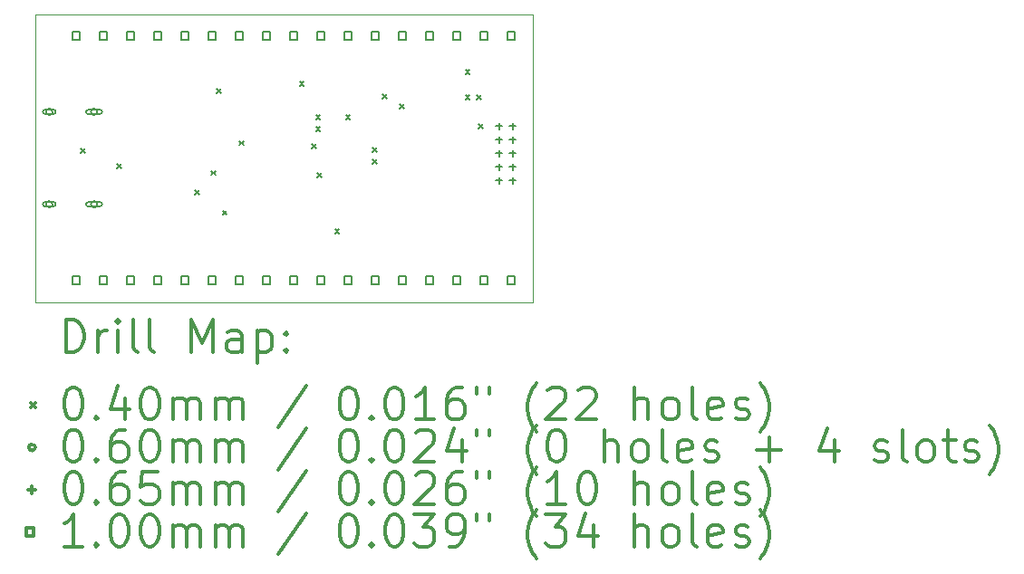
<source format=gbr>
%FSLAX45Y45*%
G04 Gerber Fmt 4.5, Leading zero omitted, Abs format (unit mm)*
G04 Created by KiCad (PCBNEW 5.1.9+dfsg1-1) date 2022-01-14 18:57:33*
%MOMM*%
%LPD*%
G01*
G04 APERTURE LIST*
%TA.AperFunction,Profile*%
%ADD10C,0.050000*%
%TD*%
%ADD11C,0.200000*%
%ADD12C,0.300000*%
G04 APERTURE END LIST*
D10*
X12649200Y-7162800D02*
X8001000Y-7162800D01*
X12649200Y-9855200D02*
X12649200Y-7162800D01*
X8001000Y-9855200D02*
X12649200Y-9855200D01*
X8001000Y-7162800D02*
X8001000Y-9855200D01*
D11*
X8423000Y-8423000D02*
X8463000Y-8463000D01*
X8463000Y-8423000D02*
X8423000Y-8463000D01*
X8764700Y-8561500D02*
X8804700Y-8601500D01*
X8804700Y-8561500D02*
X8764700Y-8601500D01*
X9492300Y-8812850D02*
X9532300Y-8852850D01*
X9532300Y-8812850D02*
X9492300Y-8852850D01*
X9644700Y-8628700D02*
X9684700Y-8668700D01*
X9684700Y-8628700D02*
X9644700Y-8668700D01*
X9695500Y-7860350D02*
X9735500Y-7900350D01*
X9735500Y-7860350D02*
X9695500Y-7900350D01*
X9748850Y-8999550D02*
X9788850Y-9039550D01*
X9788850Y-8999550D02*
X9748850Y-9039550D01*
X9905050Y-8349300D02*
X9945050Y-8389300D01*
X9945050Y-8349300D02*
X9905050Y-8389300D01*
X10470200Y-7796850D02*
X10510200Y-7836850D01*
X10510200Y-7796850D02*
X10470200Y-7836850D01*
X10584101Y-8375099D02*
X10624101Y-8415099D01*
X10624101Y-8375099D02*
X10584101Y-8415099D01*
X10622600Y-8108000D02*
X10662600Y-8148000D01*
X10662600Y-8108000D02*
X10622600Y-8148000D01*
X10622600Y-8215950D02*
X10662600Y-8255950D01*
X10662600Y-8215950D02*
X10622600Y-8255950D01*
X10635300Y-8647750D02*
X10675300Y-8687750D01*
X10675300Y-8647750D02*
X10635300Y-8687750D01*
X10800400Y-9174800D02*
X10840400Y-9214800D01*
X10840400Y-9174800D02*
X10800400Y-9214800D01*
X10902000Y-8108000D02*
X10942000Y-8148000D01*
X10942000Y-8108000D02*
X10902000Y-8148000D01*
X11149650Y-8412800D02*
X11189650Y-8452800D01*
X11189650Y-8412800D02*
X11149650Y-8452800D01*
X11149650Y-8520750D02*
X11189650Y-8560750D01*
X11189650Y-8520750D02*
X11149650Y-8560750D01*
X11244900Y-7911150D02*
X11284900Y-7951150D01*
X11284900Y-7911150D02*
X11244900Y-7951150D01*
X11403650Y-8006400D02*
X11443650Y-8046400D01*
X11443650Y-8006400D02*
X11403650Y-8046400D01*
X12019600Y-7682550D02*
X12059600Y-7722550D01*
X12059600Y-7682550D02*
X12019600Y-7722550D01*
X12019600Y-7923850D02*
X12059600Y-7963850D01*
X12059600Y-7923850D02*
X12019600Y-7963850D01*
X12127550Y-7923850D02*
X12167550Y-7963850D01*
X12167550Y-7923850D02*
X12127550Y-7963850D01*
X12140250Y-8190550D02*
X12180250Y-8230550D01*
X12180250Y-8190550D02*
X12140250Y-8230550D01*
X8160300Y-8077000D02*
G75*
G03*
X8160300Y-8077000I-30000J0D01*
G01*
X8170300Y-8057000D02*
X8090300Y-8057000D01*
X8170300Y-8097000D02*
X8090300Y-8097000D01*
X8090300Y-8057000D02*
G75*
G03*
X8090300Y-8097000I0J-20000D01*
G01*
X8170300Y-8097000D02*
G75*
G03*
X8170300Y-8057000I0J20000D01*
G01*
X8160300Y-8941000D02*
G75*
G03*
X8160300Y-8941000I-30000J0D01*
G01*
X8170300Y-8921000D02*
X8090300Y-8921000D01*
X8170300Y-8961000D02*
X8090300Y-8961000D01*
X8090300Y-8921000D02*
G75*
G03*
X8090300Y-8961000I0J-20000D01*
G01*
X8170300Y-8961000D02*
G75*
G03*
X8170300Y-8921000I0J20000D01*
G01*
X8578300Y-8077000D02*
G75*
G03*
X8578300Y-8077000I-30000J0D01*
G01*
X8603300Y-8057000D02*
X8493300Y-8057000D01*
X8603300Y-8097000D02*
X8493300Y-8097000D01*
X8493300Y-8057000D02*
G75*
G03*
X8493300Y-8097000I0J-20000D01*
G01*
X8603300Y-8097000D02*
G75*
G03*
X8603300Y-8057000I0J20000D01*
G01*
X8578300Y-8941000D02*
G75*
G03*
X8578300Y-8941000I-30000J0D01*
G01*
X8603300Y-8921000D02*
X8493300Y-8921000D01*
X8603300Y-8961000D02*
X8493300Y-8961000D01*
X8493300Y-8921000D02*
G75*
G03*
X8493300Y-8961000I0J-20000D01*
G01*
X8603300Y-8961000D02*
G75*
G03*
X8603300Y-8921000I0J20000D01*
G01*
X12331700Y-8178050D02*
X12331700Y-8243050D01*
X12299200Y-8210550D02*
X12364200Y-8210550D01*
X12331700Y-8305050D02*
X12331700Y-8370050D01*
X12299200Y-8337550D02*
X12364200Y-8337550D01*
X12331700Y-8432050D02*
X12331700Y-8497050D01*
X12299200Y-8464550D02*
X12364200Y-8464550D01*
X12331700Y-8559050D02*
X12331700Y-8624050D01*
X12299200Y-8591550D02*
X12364200Y-8591550D01*
X12331700Y-8686050D02*
X12331700Y-8751050D01*
X12299200Y-8718550D02*
X12364200Y-8718550D01*
X12458700Y-8178050D02*
X12458700Y-8243050D01*
X12426200Y-8210550D02*
X12491200Y-8210550D01*
X12458700Y-8305050D02*
X12458700Y-8370050D01*
X12426200Y-8337550D02*
X12491200Y-8337550D01*
X12458700Y-8432050D02*
X12458700Y-8497050D01*
X12426200Y-8464550D02*
X12491200Y-8464550D01*
X12458700Y-8559050D02*
X12458700Y-8624050D01*
X12426200Y-8591550D02*
X12491200Y-8591550D01*
X12458700Y-8686050D02*
X12458700Y-8751050D01*
X12426200Y-8718550D02*
X12491200Y-8718550D01*
X8417356Y-7401356D02*
X8417356Y-7330644D01*
X8346644Y-7330644D01*
X8346644Y-7401356D01*
X8417356Y-7401356D01*
X8417356Y-9687356D02*
X8417356Y-9616644D01*
X8346644Y-9616644D01*
X8346644Y-9687356D01*
X8417356Y-9687356D01*
X8671356Y-7401356D02*
X8671356Y-7330644D01*
X8600644Y-7330644D01*
X8600644Y-7401356D01*
X8671356Y-7401356D01*
X8671356Y-9687356D02*
X8671356Y-9616644D01*
X8600644Y-9616644D01*
X8600644Y-9687356D01*
X8671356Y-9687356D01*
X8925356Y-7401356D02*
X8925356Y-7330644D01*
X8854644Y-7330644D01*
X8854644Y-7401356D01*
X8925356Y-7401356D01*
X8925356Y-9687356D02*
X8925356Y-9616644D01*
X8854644Y-9616644D01*
X8854644Y-9687356D01*
X8925356Y-9687356D01*
X9179356Y-7401356D02*
X9179356Y-7330644D01*
X9108644Y-7330644D01*
X9108644Y-7401356D01*
X9179356Y-7401356D01*
X9179356Y-9687356D02*
X9179356Y-9616644D01*
X9108644Y-9616644D01*
X9108644Y-9687356D01*
X9179356Y-9687356D01*
X9433356Y-7401356D02*
X9433356Y-7330644D01*
X9362644Y-7330644D01*
X9362644Y-7401356D01*
X9433356Y-7401356D01*
X9433356Y-9687356D02*
X9433356Y-9616644D01*
X9362644Y-9616644D01*
X9362644Y-9687356D01*
X9433356Y-9687356D01*
X9687356Y-7401356D02*
X9687356Y-7330644D01*
X9616644Y-7330644D01*
X9616644Y-7401356D01*
X9687356Y-7401356D01*
X9687356Y-9687356D02*
X9687356Y-9616644D01*
X9616644Y-9616644D01*
X9616644Y-9687356D01*
X9687356Y-9687356D01*
X9941356Y-7401356D02*
X9941356Y-7330644D01*
X9870644Y-7330644D01*
X9870644Y-7401356D01*
X9941356Y-7401356D01*
X9941356Y-9687356D02*
X9941356Y-9616644D01*
X9870644Y-9616644D01*
X9870644Y-9687356D01*
X9941356Y-9687356D01*
X10195356Y-7401356D02*
X10195356Y-7330644D01*
X10124644Y-7330644D01*
X10124644Y-7401356D01*
X10195356Y-7401356D01*
X10195356Y-9687356D02*
X10195356Y-9616644D01*
X10124644Y-9616644D01*
X10124644Y-9687356D01*
X10195356Y-9687356D01*
X10449356Y-7401356D02*
X10449356Y-7330644D01*
X10378644Y-7330644D01*
X10378644Y-7401356D01*
X10449356Y-7401356D01*
X10449356Y-9687356D02*
X10449356Y-9616644D01*
X10378644Y-9616644D01*
X10378644Y-9687356D01*
X10449356Y-9687356D01*
X10703356Y-7401356D02*
X10703356Y-7330644D01*
X10632644Y-7330644D01*
X10632644Y-7401356D01*
X10703356Y-7401356D01*
X10703356Y-9687356D02*
X10703356Y-9616644D01*
X10632644Y-9616644D01*
X10632644Y-9687356D01*
X10703356Y-9687356D01*
X10957356Y-7401356D02*
X10957356Y-7330644D01*
X10886644Y-7330644D01*
X10886644Y-7401356D01*
X10957356Y-7401356D01*
X10957356Y-9687356D02*
X10957356Y-9616644D01*
X10886644Y-9616644D01*
X10886644Y-9687356D01*
X10957356Y-9687356D01*
X11211356Y-7401356D02*
X11211356Y-7330644D01*
X11140644Y-7330644D01*
X11140644Y-7401356D01*
X11211356Y-7401356D01*
X11211356Y-9687356D02*
X11211356Y-9616644D01*
X11140644Y-9616644D01*
X11140644Y-9687356D01*
X11211356Y-9687356D01*
X11465356Y-7401356D02*
X11465356Y-7330644D01*
X11394644Y-7330644D01*
X11394644Y-7401356D01*
X11465356Y-7401356D01*
X11465356Y-9687356D02*
X11465356Y-9616644D01*
X11394644Y-9616644D01*
X11394644Y-9687356D01*
X11465356Y-9687356D01*
X11719356Y-7401356D02*
X11719356Y-7330644D01*
X11648644Y-7330644D01*
X11648644Y-7401356D01*
X11719356Y-7401356D01*
X11719356Y-9687356D02*
X11719356Y-9616644D01*
X11648644Y-9616644D01*
X11648644Y-9687356D01*
X11719356Y-9687356D01*
X11973356Y-7401356D02*
X11973356Y-7330644D01*
X11902644Y-7330644D01*
X11902644Y-7401356D01*
X11973356Y-7401356D01*
X11973356Y-9687356D02*
X11973356Y-9616644D01*
X11902644Y-9616644D01*
X11902644Y-9687356D01*
X11973356Y-9687356D01*
X12227356Y-7401356D02*
X12227356Y-7330644D01*
X12156644Y-7330644D01*
X12156644Y-7401356D01*
X12227356Y-7401356D01*
X12227356Y-9687356D02*
X12227356Y-9616644D01*
X12156644Y-9616644D01*
X12156644Y-9687356D01*
X12227356Y-9687356D01*
X12481356Y-7401356D02*
X12481356Y-7330644D01*
X12410644Y-7330644D01*
X12410644Y-7401356D01*
X12481356Y-7401356D01*
X12481356Y-9687356D02*
X12481356Y-9616644D01*
X12410644Y-9616644D01*
X12410644Y-9687356D01*
X12481356Y-9687356D01*
D12*
X8284928Y-10323414D02*
X8284928Y-10023414D01*
X8356357Y-10023414D01*
X8399214Y-10037700D01*
X8427786Y-10066272D01*
X8442071Y-10094843D01*
X8456357Y-10151986D01*
X8456357Y-10194843D01*
X8442071Y-10251986D01*
X8427786Y-10280557D01*
X8399214Y-10309129D01*
X8356357Y-10323414D01*
X8284928Y-10323414D01*
X8584928Y-10323414D02*
X8584928Y-10123414D01*
X8584928Y-10180557D02*
X8599214Y-10151986D01*
X8613500Y-10137700D01*
X8642071Y-10123414D01*
X8670643Y-10123414D01*
X8770643Y-10323414D02*
X8770643Y-10123414D01*
X8770643Y-10023414D02*
X8756357Y-10037700D01*
X8770643Y-10051986D01*
X8784928Y-10037700D01*
X8770643Y-10023414D01*
X8770643Y-10051986D01*
X8956357Y-10323414D02*
X8927786Y-10309129D01*
X8913500Y-10280557D01*
X8913500Y-10023414D01*
X9113500Y-10323414D02*
X9084928Y-10309129D01*
X9070643Y-10280557D01*
X9070643Y-10023414D01*
X9456357Y-10323414D02*
X9456357Y-10023414D01*
X9556357Y-10237700D01*
X9656357Y-10023414D01*
X9656357Y-10323414D01*
X9927786Y-10323414D02*
X9927786Y-10166272D01*
X9913500Y-10137700D01*
X9884928Y-10123414D01*
X9827786Y-10123414D01*
X9799214Y-10137700D01*
X9927786Y-10309129D02*
X9899214Y-10323414D01*
X9827786Y-10323414D01*
X9799214Y-10309129D01*
X9784928Y-10280557D01*
X9784928Y-10251986D01*
X9799214Y-10223414D01*
X9827786Y-10209129D01*
X9899214Y-10209129D01*
X9927786Y-10194843D01*
X10070643Y-10123414D02*
X10070643Y-10423414D01*
X10070643Y-10137700D02*
X10099214Y-10123414D01*
X10156357Y-10123414D01*
X10184928Y-10137700D01*
X10199214Y-10151986D01*
X10213500Y-10180557D01*
X10213500Y-10266272D01*
X10199214Y-10294843D01*
X10184928Y-10309129D01*
X10156357Y-10323414D01*
X10099214Y-10323414D01*
X10070643Y-10309129D01*
X10342071Y-10294843D02*
X10356357Y-10309129D01*
X10342071Y-10323414D01*
X10327786Y-10309129D01*
X10342071Y-10294843D01*
X10342071Y-10323414D01*
X10342071Y-10137700D02*
X10356357Y-10151986D01*
X10342071Y-10166272D01*
X10327786Y-10151986D01*
X10342071Y-10137700D01*
X10342071Y-10166272D01*
X7958500Y-10797700D02*
X7998500Y-10837700D01*
X7998500Y-10797700D02*
X7958500Y-10837700D01*
X8342071Y-10653414D02*
X8370643Y-10653414D01*
X8399214Y-10667700D01*
X8413500Y-10681986D01*
X8427786Y-10710557D01*
X8442071Y-10767700D01*
X8442071Y-10839129D01*
X8427786Y-10896272D01*
X8413500Y-10924843D01*
X8399214Y-10939129D01*
X8370643Y-10953414D01*
X8342071Y-10953414D01*
X8313500Y-10939129D01*
X8299214Y-10924843D01*
X8284928Y-10896272D01*
X8270643Y-10839129D01*
X8270643Y-10767700D01*
X8284928Y-10710557D01*
X8299214Y-10681986D01*
X8313500Y-10667700D01*
X8342071Y-10653414D01*
X8570643Y-10924843D02*
X8584928Y-10939129D01*
X8570643Y-10953414D01*
X8556357Y-10939129D01*
X8570643Y-10924843D01*
X8570643Y-10953414D01*
X8842071Y-10753414D02*
X8842071Y-10953414D01*
X8770643Y-10639129D02*
X8699214Y-10853414D01*
X8884928Y-10853414D01*
X9056357Y-10653414D02*
X9084928Y-10653414D01*
X9113500Y-10667700D01*
X9127786Y-10681986D01*
X9142071Y-10710557D01*
X9156357Y-10767700D01*
X9156357Y-10839129D01*
X9142071Y-10896272D01*
X9127786Y-10924843D01*
X9113500Y-10939129D01*
X9084928Y-10953414D01*
X9056357Y-10953414D01*
X9027786Y-10939129D01*
X9013500Y-10924843D01*
X8999214Y-10896272D01*
X8984928Y-10839129D01*
X8984928Y-10767700D01*
X8999214Y-10710557D01*
X9013500Y-10681986D01*
X9027786Y-10667700D01*
X9056357Y-10653414D01*
X9284928Y-10953414D02*
X9284928Y-10753414D01*
X9284928Y-10781986D02*
X9299214Y-10767700D01*
X9327786Y-10753414D01*
X9370643Y-10753414D01*
X9399214Y-10767700D01*
X9413500Y-10796272D01*
X9413500Y-10953414D01*
X9413500Y-10796272D02*
X9427786Y-10767700D01*
X9456357Y-10753414D01*
X9499214Y-10753414D01*
X9527786Y-10767700D01*
X9542071Y-10796272D01*
X9542071Y-10953414D01*
X9684928Y-10953414D02*
X9684928Y-10753414D01*
X9684928Y-10781986D02*
X9699214Y-10767700D01*
X9727786Y-10753414D01*
X9770643Y-10753414D01*
X9799214Y-10767700D01*
X9813500Y-10796272D01*
X9813500Y-10953414D01*
X9813500Y-10796272D02*
X9827786Y-10767700D01*
X9856357Y-10753414D01*
X9899214Y-10753414D01*
X9927786Y-10767700D01*
X9942071Y-10796272D01*
X9942071Y-10953414D01*
X10527786Y-10639129D02*
X10270643Y-11024843D01*
X10913500Y-10653414D02*
X10942071Y-10653414D01*
X10970643Y-10667700D01*
X10984928Y-10681986D01*
X10999214Y-10710557D01*
X11013500Y-10767700D01*
X11013500Y-10839129D01*
X10999214Y-10896272D01*
X10984928Y-10924843D01*
X10970643Y-10939129D01*
X10942071Y-10953414D01*
X10913500Y-10953414D01*
X10884928Y-10939129D01*
X10870643Y-10924843D01*
X10856357Y-10896272D01*
X10842071Y-10839129D01*
X10842071Y-10767700D01*
X10856357Y-10710557D01*
X10870643Y-10681986D01*
X10884928Y-10667700D01*
X10913500Y-10653414D01*
X11142071Y-10924843D02*
X11156357Y-10939129D01*
X11142071Y-10953414D01*
X11127786Y-10939129D01*
X11142071Y-10924843D01*
X11142071Y-10953414D01*
X11342071Y-10653414D02*
X11370643Y-10653414D01*
X11399214Y-10667700D01*
X11413500Y-10681986D01*
X11427786Y-10710557D01*
X11442071Y-10767700D01*
X11442071Y-10839129D01*
X11427786Y-10896272D01*
X11413500Y-10924843D01*
X11399214Y-10939129D01*
X11370643Y-10953414D01*
X11342071Y-10953414D01*
X11313500Y-10939129D01*
X11299214Y-10924843D01*
X11284928Y-10896272D01*
X11270643Y-10839129D01*
X11270643Y-10767700D01*
X11284928Y-10710557D01*
X11299214Y-10681986D01*
X11313500Y-10667700D01*
X11342071Y-10653414D01*
X11727786Y-10953414D02*
X11556357Y-10953414D01*
X11642071Y-10953414D02*
X11642071Y-10653414D01*
X11613500Y-10696272D01*
X11584928Y-10724843D01*
X11556357Y-10739129D01*
X11984928Y-10653414D02*
X11927786Y-10653414D01*
X11899214Y-10667700D01*
X11884928Y-10681986D01*
X11856357Y-10724843D01*
X11842071Y-10781986D01*
X11842071Y-10896272D01*
X11856357Y-10924843D01*
X11870643Y-10939129D01*
X11899214Y-10953414D01*
X11956357Y-10953414D01*
X11984928Y-10939129D01*
X11999214Y-10924843D01*
X12013500Y-10896272D01*
X12013500Y-10824843D01*
X11999214Y-10796272D01*
X11984928Y-10781986D01*
X11956357Y-10767700D01*
X11899214Y-10767700D01*
X11870643Y-10781986D01*
X11856357Y-10796272D01*
X11842071Y-10824843D01*
X12127786Y-10653414D02*
X12127786Y-10710557D01*
X12242071Y-10653414D02*
X12242071Y-10710557D01*
X12684928Y-11067700D02*
X12670643Y-11053414D01*
X12642071Y-11010557D01*
X12627786Y-10981986D01*
X12613500Y-10939129D01*
X12599214Y-10867700D01*
X12599214Y-10810557D01*
X12613500Y-10739129D01*
X12627786Y-10696272D01*
X12642071Y-10667700D01*
X12670643Y-10624843D01*
X12684928Y-10610557D01*
X12784928Y-10681986D02*
X12799214Y-10667700D01*
X12827786Y-10653414D01*
X12899214Y-10653414D01*
X12927786Y-10667700D01*
X12942071Y-10681986D01*
X12956357Y-10710557D01*
X12956357Y-10739129D01*
X12942071Y-10781986D01*
X12770643Y-10953414D01*
X12956357Y-10953414D01*
X13070643Y-10681986D02*
X13084928Y-10667700D01*
X13113500Y-10653414D01*
X13184928Y-10653414D01*
X13213500Y-10667700D01*
X13227786Y-10681986D01*
X13242071Y-10710557D01*
X13242071Y-10739129D01*
X13227786Y-10781986D01*
X13056357Y-10953414D01*
X13242071Y-10953414D01*
X13599214Y-10953414D02*
X13599214Y-10653414D01*
X13727786Y-10953414D02*
X13727786Y-10796272D01*
X13713500Y-10767700D01*
X13684928Y-10753414D01*
X13642071Y-10753414D01*
X13613500Y-10767700D01*
X13599214Y-10781986D01*
X13913500Y-10953414D02*
X13884928Y-10939129D01*
X13870643Y-10924843D01*
X13856357Y-10896272D01*
X13856357Y-10810557D01*
X13870643Y-10781986D01*
X13884928Y-10767700D01*
X13913500Y-10753414D01*
X13956357Y-10753414D01*
X13984928Y-10767700D01*
X13999214Y-10781986D01*
X14013500Y-10810557D01*
X14013500Y-10896272D01*
X13999214Y-10924843D01*
X13984928Y-10939129D01*
X13956357Y-10953414D01*
X13913500Y-10953414D01*
X14184928Y-10953414D02*
X14156357Y-10939129D01*
X14142071Y-10910557D01*
X14142071Y-10653414D01*
X14413500Y-10939129D02*
X14384928Y-10953414D01*
X14327786Y-10953414D01*
X14299214Y-10939129D01*
X14284928Y-10910557D01*
X14284928Y-10796272D01*
X14299214Y-10767700D01*
X14327786Y-10753414D01*
X14384928Y-10753414D01*
X14413500Y-10767700D01*
X14427786Y-10796272D01*
X14427786Y-10824843D01*
X14284928Y-10853414D01*
X14542071Y-10939129D02*
X14570643Y-10953414D01*
X14627786Y-10953414D01*
X14656357Y-10939129D01*
X14670643Y-10910557D01*
X14670643Y-10896272D01*
X14656357Y-10867700D01*
X14627786Y-10853414D01*
X14584928Y-10853414D01*
X14556357Y-10839129D01*
X14542071Y-10810557D01*
X14542071Y-10796272D01*
X14556357Y-10767700D01*
X14584928Y-10753414D01*
X14627786Y-10753414D01*
X14656357Y-10767700D01*
X14770643Y-11067700D02*
X14784928Y-11053414D01*
X14813500Y-11010557D01*
X14827786Y-10981986D01*
X14842071Y-10939129D01*
X14856357Y-10867700D01*
X14856357Y-10810557D01*
X14842071Y-10739129D01*
X14827786Y-10696272D01*
X14813500Y-10667700D01*
X14784928Y-10624843D01*
X14770643Y-10610557D01*
X7998500Y-11213700D02*
G75*
G03*
X7998500Y-11213700I-30000J0D01*
G01*
X8342071Y-11049414D02*
X8370643Y-11049414D01*
X8399214Y-11063700D01*
X8413500Y-11077986D01*
X8427786Y-11106557D01*
X8442071Y-11163700D01*
X8442071Y-11235129D01*
X8427786Y-11292271D01*
X8413500Y-11320843D01*
X8399214Y-11335129D01*
X8370643Y-11349414D01*
X8342071Y-11349414D01*
X8313500Y-11335129D01*
X8299214Y-11320843D01*
X8284928Y-11292271D01*
X8270643Y-11235129D01*
X8270643Y-11163700D01*
X8284928Y-11106557D01*
X8299214Y-11077986D01*
X8313500Y-11063700D01*
X8342071Y-11049414D01*
X8570643Y-11320843D02*
X8584928Y-11335129D01*
X8570643Y-11349414D01*
X8556357Y-11335129D01*
X8570643Y-11320843D01*
X8570643Y-11349414D01*
X8842071Y-11049414D02*
X8784928Y-11049414D01*
X8756357Y-11063700D01*
X8742071Y-11077986D01*
X8713500Y-11120843D01*
X8699214Y-11177986D01*
X8699214Y-11292271D01*
X8713500Y-11320843D01*
X8727786Y-11335129D01*
X8756357Y-11349414D01*
X8813500Y-11349414D01*
X8842071Y-11335129D01*
X8856357Y-11320843D01*
X8870643Y-11292271D01*
X8870643Y-11220843D01*
X8856357Y-11192271D01*
X8842071Y-11177986D01*
X8813500Y-11163700D01*
X8756357Y-11163700D01*
X8727786Y-11177986D01*
X8713500Y-11192271D01*
X8699214Y-11220843D01*
X9056357Y-11049414D02*
X9084928Y-11049414D01*
X9113500Y-11063700D01*
X9127786Y-11077986D01*
X9142071Y-11106557D01*
X9156357Y-11163700D01*
X9156357Y-11235129D01*
X9142071Y-11292271D01*
X9127786Y-11320843D01*
X9113500Y-11335129D01*
X9084928Y-11349414D01*
X9056357Y-11349414D01*
X9027786Y-11335129D01*
X9013500Y-11320843D01*
X8999214Y-11292271D01*
X8984928Y-11235129D01*
X8984928Y-11163700D01*
X8999214Y-11106557D01*
X9013500Y-11077986D01*
X9027786Y-11063700D01*
X9056357Y-11049414D01*
X9284928Y-11349414D02*
X9284928Y-11149414D01*
X9284928Y-11177986D02*
X9299214Y-11163700D01*
X9327786Y-11149414D01*
X9370643Y-11149414D01*
X9399214Y-11163700D01*
X9413500Y-11192271D01*
X9413500Y-11349414D01*
X9413500Y-11192271D02*
X9427786Y-11163700D01*
X9456357Y-11149414D01*
X9499214Y-11149414D01*
X9527786Y-11163700D01*
X9542071Y-11192271D01*
X9542071Y-11349414D01*
X9684928Y-11349414D02*
X9684928Y-11149414D01*
X9684928Y-11177986D02*
X9699214Y-11163700D01*
X9727786Y-11149414D01*
X9770643Y-11149414D01*
X9799214Y-11163700D01*
X9813500Y-11192271D01*
X9813500Y-11349414D01*
X9813500Y-11192271D02*
X9827786Y-11163700D01*
X9856357Y-11149414D01*
X9899214Y-11149414D01*
X9927786Y-11163700D01*
X9942071Y-11192271D01*
X9942071Y-11349414D01*
X10527786Y-11035129D02*
X10270643Y-11420843D01*
X10913500Y-11049414D02*
X10942071Y-11049414D01*
X10970643Y-11063700D01*
X10984928Y-11077986D01*
X10999214Y-11106557D01*
X11013500Y-11163700D01*
X11013500Y-11235129D01*
X10999214Y-11292271D01*
X10984928Y-11320843D01*
X10970643Y-11335129D01*
X10942071Y-11349414D01*
X10913500Y-11349414D01*
X10884928Y-11335129D01*
X10870643Y-11320843D01*
X10856357Y-11292271D01*
X10842071Y-11235129D01*
X10842071Y-11163700D01*
X10856357Y-11106557D01*
X10870643Y-11077986D01*
X10884928Y-11063700D01*
X10913500Y-11049414D01*
X11142071Y-11320843D02*
X11156357Y-11335129D01*
X11142071Y-11349414D01*
X11127786Y-11335129D01*
X11142071Y-11320843D01*
X11142071Y-11349414D01*
X11342071Y-11049414D02*
X11370643Y-11049414D01*
X11399214Y-11063700D01*
X11413500Y-11077986D01*
X11427786Y-11106557D01*
X11442071Y-11163700D01*
X11442071Y-11235129D01*
X11427786Y-11292271D01*
X11413500Y-11320843D01*
X11399214Y-11335129D01*
X11370643Y-11349414D01*
X11342071Y-11349414D01*
X11313500Y-11335129D01*
X11299214Y-11320843D01*
X11284928Y-11292271D01*
X11270643Y-11235129D01*
X11270643Y-11163700D01*
X11284928Y-11106557D01*
X11299214Y-11077986D01*
X11313500Y-11063700D01*
X11342071Y-11049414D01*
X11556357Y-11077986D02*
X11570643Y-11063700D01*
X11599214Y-11049414D01*
X11670643Y-11049414D01*
X11699214Y-11063700D01*
X11713500Y-11077986D01*
X11727786Y-11106557D01*
X11727786Y-11135129D01*
X11713500Y-11177986D01*
X11542071Y-11349414D01*
X11727786Y-11349414D01*
X11984928Y-11149414D02*
X11984928Y-11349414D01*
X11913500Y-11035129D02*
X11842071Y-11249414D01*
X12027786Y-11249414D01*
X12127786Y-11049414D02*
X12127786Y-11106557D01*
X12242071Y-11049414D02*
X12242071Y-11106557D01*
X12684928Y-11463700D02*
X12670643Y-11449414D01*
X12642071Y-11406557D01*
X12627786Y-11377986D01*
X12613500Y-11335129D01*
X12599214Y-11263700D01*
X12599214Y-11206557D01*
X12613500Y-11135129D01*
X12627786Y-11092272D01*
X12642071Y-11063700D01*
X12670643Y-11020843D01*
X12684928Y-11006557D01*
X12856357Y-11049414D02*
X12884928Y-11049414D01*
X12913500Y-11063700D01*
X12927786Y-11077986D01*
X12942071Y-11106557D01*
X12956357Y-11163700D01*
X12956357Y-11235129D01*
X12942071Y-11292271D01*
X12927786Y-11320843D01*
X12913500Y-11335129D01*
X12884928Y-11349414D01*
X12856357Y-11349414D01*
X12827786Y-11335129D01*
X12813500Y-11320843D01*
X12799214Y-11292271D01*
X12784928Y-11235129D01*
X12784928Y-11163700D01*
X12799214Y-11106557D01*
X12813500Y-11077986D01*
X12827786Y-11063700D01*
X12856357Y-11049414D01*
X13313500Y-11349414D02*
X13313500Y-11049414D01*
X13442071Y-11349414D02*
X13442071Y-11192271D01*
X13427786Y-11163700D01*
X13399214Y-11149414D01*
X13356357Y-11149414D01*
X13327786Y-11163700D01*
X13313500Y-11177986D01*
X13627786Y-11349414D02*
X13599214Y-11335129D01*
X13584928Y-11320843D01*
X13570643Y-11292271D01*
X13570643Y-11206557D01*
X13584928Y-11177986D01*
X13599214Y-11163700D01*
X13627786Y-11149414D01*
X13670643Y-11149414D01*
X13699214Y-11163700D01*
X13713500Y-11177986D01*
X13727786Y-11206557D01*
X13727786Y-11292271D01*
X13713500Y-11320843D01*
X13699214Y-11335129D01*
X13670643Y-11349414D01*
X13627786Y-11349414D01*
X13899214Y-11349414D02*
X13870643Y-11335129D01*
X13856357Y-11306557D01*
X13856357Y-11049414D01*
X14127786Y-11335129D02*
X14099214Y-11349414D01*
X14042071Y-11349414D01*
X14013500Y-11335129D01*
X13999214Y-11306557D01*
X13999214Y-11192271D01*
X14013500Y-11163700D01*
X14042071Y-11149414D01*
X14099214Y-11149414D01*
X14127786Y-11163700D01*
X14142071Y-11192271D01*
X14142071Y-11220843D01*
X13999214Y-11249414D01*
X14256357Y-11335129D02*
X14284928Y-11349414D01*
X14342071Y-11349414D01*
X14370643Y-11335129D01*
X14384928Y-11306557D01*
X14384928Y-11292271D01*
X14370643Y-11263700D01*
X14342071Y-11249414D01*
X14299214Y-11249414D01*
X14270643Y-11235129D01*
X14256357Y-11206557D01*
X14256357Y-11192271D01*
X14270643Y-11163700D01*
X14299214Y-11149414D01*
X14342071Y-11149414D01*
X14370643Y-11163700D01*
X14742071Y-11235129D02*
X14970643Y-11235129D01*
X14856357Y-11349414D02*
X14856357Y-11120843D01*
X15470643Y-11149414D02*
X15470643Y-11349414D01*
X15399214Y-11035129D02*
X15327786Y-11249414D01*
X15513500Y-11249414D01*
X15842071Y-11335129D02*
X15870643Y-11349414D01*
X15927786Y-11349414D01*
X15956357Y-11335129D01*
X15970643Y-11306557D01*
X15970643Y-11292271D01*
X15956357Y-11263700D01*
X15927786Y-11249414D01*
X15884928Y-11249414D01*
X15856357Y-11235129D01*
X15842071Y-11206557D01*
X15842071Y-11192271D01*
X15856357Y-11163700D01*
X15884928Y-11149414D01*
X15927786Y-11149414D01*
X15956357Y-11163700D01*
X16142071Y-11349414D02*
X16113500Y-11335129D01*
X16099214Y-11306557D01*
X16099214Y-11049414D01*
X16299214Y-11349414D02*
X16270643Y-11335129D01*
X16256357Y-11320843D01*
X16242071Y-11292271D01*
X16242071Y-11206557D01*
X16256357Y-11177986D01*
X16270643Y-11163700D01*
X16299214Y-11149414D01*
X16342071Y-11149414D01*
X16370643Y-11163700D01*
X16384928Y-11177986D01*
X16399214Y-11206557D01*
X16399214Y-11292271D01*
X16384928Y-11320843D01*
X16370643Y-11335129D01*
X16342071Y-11349414D01*
X16299214Y-11349414D01*
X16484928Y-11149414D02*
X16599214Y-11149414D01*
X16527786Y-11049414D02*
X16527786Y-11306557D01*
X16542071Y-11335129D01*
X16570643Y-11349414D01*
X16599214Y-11349414D01*
X16684928Y-11335129D02*
X16713500Y-11349414D01*
X16770643Y-11349414D01*
X16799214Y-11335129D01*
X16813500Y-11306557D01*
X16813500Y-11292271D01*
X16799214Y-11263700D01*
X16770643Y-11249414D01*
X16727786Y-11249414D01*
X16699214Y-11235129D01*
X16684928Y-11206557D01*
X16684928Y-11192271D01*
X16699214Y-11163700D01*
X16727786Y-11149414D01*
X16770643Y-11149414D01*
X16799214Y-11163700D01*
X16913500Y-11463700D02*
X16927786Y-11449414D01*
X16956357Y-11406557D01*
X16970643Y-11377986D01*
X16984928Y-11335129D01*
X16999214Y-11263700D01*
X16999214Y-11206557D01*
X16984928Y-11135129D01*
X16970643Y-11092272D01*
X16956357Y-11063700D01*
X16927786Y-11020843D01*
X16913500Y-11006557D01*
X7966000Y-11577200D02*
X7966000Y-11642200D01*
X7933500Y-11609700D02*
X7998500Y-11609700D01*
X8342071Y-11445414D02*
X8370643Y-11445414D01*
X8399214Y-11459700D01*
X8413500Y-11473986D01*
X8427786Y-11502557D01*
X8442071Y-11559700D01*
X8442071Y-11631129D01*
X8427786Y-11688271D01*
X8413500Y-11716843D01*
X8399214Y-11731129D01*
X8370643Y-11745414D01*
X8342071Y-11745414D01*
X8313500Y-11731129D01*
X8299214Y-11716843D01*
X8284928Y-11688271D01*
X8270643Y-11631129D01*
X8270643Y-11559700D01*
X8284928Y-11502557D01*
X8299214Y-11473986D01*
X8313500Y-11459700D01*
X8342071Y-11445414D01*
X8570643Y-11716843D02*
X8584928Y-11731129D01*
X8570643Y-11745414D01*
X8556357Y-11731129D01*
X8570643Y-11716843D01*
X8570643Y-11745414D01*
X8842071Y-11445414D02*
X8784928Y-11445414D01*
X8756357Y-11459700D01*
X8742071Y-11473986D01*
X8713500Y-11516843D01*
X8699214Y-11573986D01*
X8699214Y-11688271D01*
X8713500Y-11716843D01*
X8727786Y-11731129D01*
X8756357Y-11745414D01*
X8813500Y-11745414D01*
X8842071Y-11731129D01*
X8856357Y-11716843D01*
X8870643Y-11688271D01*
X8870643Y-11616843D01*
X8856357Y-11588271D01*
X8842071Y-11573986D01*
X8813500Y-11559700D01*
X8756357Y-11559700D01*
X8727786Y-11573986D01*
X8713500Y-11588271D01*
X8699214Y-11616843D01*
X9142071Y-11445414D02*
X8999214Y-11445414D01*
X8984928Y-11588271D01*
X8999214Y-11573986D01*
X9027786Y-11559700D01*
X9099214Y-11559700D01*
X9127786Y-11573986D01*
X9142071Y-11588271D01*
X9156357Y-11616843D01*
X9156357Y-11688271D01*
X9142071Y-11716843D01*
X9127786Y-11731129D01*
X9099214Y-11745414D01*
X9027786Y-11745414D01*
X8999214Y-11731129D01*
X8984928Y-11716843D01*
X9284928Y-11745414D02*
X9284928Y-11545414D01*
X9284928Y-11573986D02*
X9299214Y-11559700D01*
X9327786Y-11545414D01*
X9370643Y-11545414D01*
X9399214Y-11559700D01*
X9413500Y-11588271D01*
X9413500Y-11745414D01*
X9413500Y-11588271D02*
X9427786Y-11559700D01*
X9456357Y-11545414D01*
X9499214Y-11545414D01*
X9527786Y-11559700D01*
X9542071Y-11588271D01*
X9542071Y-11745414D01*
X9684928Y-11745414D02*
X9684928Y-11545414D01*
X9684928Y-11573986D02*
X9699214Y-11559700D01*
X9727786Y-11545414D01*
X9770643Y-11545414D01*
X9799214Y-11559700D01*
X9813500Y-11588271D01*
X9813500Y-11745414D01*
X9813500Y-11588271D02*
X9827786Y-11559700D01*
X9856357Y-11545414D01*
X9899214Y-11545414D01*
X9927786Y-11559700D01*
X9942071Y-11588271D01*
X9942071Y-11745414D01*
X10527786Y-11431129D02*
X10270643Y-11816843D01*
X10913500Y-11445414D02*
X10942071Y-11445414D01*
X10970643Y-11459700D01*
X10984928Y-11473986D01*
X10999214Y-11502557D01*
X11013500Y-11559700D01*
X11013500Y-11631129D01*
X10999214Y-11688271D01*
X10984928Y-11716843D01*
X10970643Y-11731129D01*
X10942071Y-11745414D01*
X10913500Y-11745414D01*
X10884928Y-11731129D01*
X10870643Y-11716843D01*
X10856357Y-11688271D01*
X10842071Y-11631129D01*
X10842071Y-11559700D01*
X10856357Y-11502557D01*
X10870643Y-11473986D01*
X10884928Y-11459700D01*
X10913500Y-11445414D01*
X11142071Y-11716843D02*
X11156357Y-11731129D01*
X11142071Y-11745414D01*
X11127786Y-11731129D01*
X11142071Y-11716843D01*
X11142071Y-11745414D01*
X11342071Y-11445414D02*
X11370643Y-11445414D01*
X11399214Y-11459700D01*
X11413500Y-11473986D01*
X11427786Y-11502557D01*
X11442071Y-11559700D01*
X11442071Y-11631129D01*
X11427786Y-11688271D01*
X11413500Y-11716843D01*
X11399214Y-11731129D01*
X11370643Y-11745414D01*
X11342071Y-11745414D01*
X11313500Y-11731129D01*
X11299214Y-11716843D01*
X11284928Y-11688271D01*
X11270643Y-11631129D01*
X11270643Y-11559700D01*
X11284928Y-11502557D01*
X11299214Y-11473986D01*
X11313500Y-11459700D01*
X11342071Y-11445414D01*
X11556357Y-11473986D02*
X11570643Y-11459700D01*
X11599214Y-11445414D01*
X11670643Y-11445414D01*
X11699214Y-11459700D01*
X11713500Y-11473986D01*
X11727786Y-11502557D01*
X11727786Y-11531129D01*
X11713500Y-11573986D01*
X11542071Y-11745414D01*
X11727786Y-11745414D01*
X11984928Y-11445414D02*
X11927786Y-11445414D01*
X11899214Y-11459700D01*
X11884928Y-11473986D01*
X11856357Y-11516843D01*
X11842071Y-11573986D01*
X11842071Y-11688271D01*
X11856357Y-11716843D01*
X11870643Y-11731129D01*
X11899214Y-11745414D01*
X11956357Y-11745414D01*
X11984928Y-11731129D01*
X11999214Y-11716843D01*
X12013500Y-11688271D01*
X12013500Y-11616843D01*
X11999214Y-11588271D01*
X11984928Y-11573986D01*
X11956357Y-11559700D01*
X11899214Y-11559700D01*
X11870643Y-11573986D01*
X11856357Y-11588271D01*
X11842071Y-11616843D01*
X12127786Y-11445414D02*
X12127786Y-11502557D01*
X12242071Y-11445414D02*
X12242071Y-11502557D01*
X12684928Y-11859700D02*
X12670643Y-11845414D01*
X12642071Y-11802557D01*
X12627786Y-11773986D01*
X12613500Y-11731129D01*
X12599214Y-11659700D01*
X12599214Y-11602557D01*
X12613500Y-11531129D01*
X12627786Y-11488271D01*
X12642071Y-11459700D01*
X12670643Y-11416843D01*
X12684928Y-11402557D01*
X12956357Y-11745414D02*
X12784928Y-11745414D01*
X12870643Y-11745414D02*
X12870643Y-11445414D01*
X12842071Y-11488271D01*
X12813500Y-11516843D01*
X12784928Y-11531129D01*
X13142071Y-11445414D02*
X13170643Y-11445414D01*
X13199214Y-11459700D01*
X13213500Y-11473986D01*
X13227786Y-11502557D01*
X13242071Y-11559700D01*
X13242071Y-11631129D01*
X13227786Y-11688271D01*
X13213500Y-11716843D01*
X13199214Y-11731129D01*
X13170643Y-11745414D01*
X13142071Y-11745414D01*
X13113500Y-11731129D01*
X13099214Y-11716843D01*
X13084928Y-11688271D01*
X13070643Y-11631129D01*
X13070643Y-11559700D01*
X13084928Y-11502557D01*
X13099214Y-11473986D01*
X13113500Y-11459700D01*
X13142071Y-11445414D01*
X13599214Y-11745414D02*
X13599214Y-11445414D01*
X13727786Y-11745414D02*
X13727786Y-11588271D01*
X13713500Y-11559700D01*
X13684928Y-11545414D01*
X13642071Y-11545414D01*
X13613500Y-11559700D01*
X13599214Y-11573986D01*
X13913500Y-11745414D02*
X13884928Y-11731129D01*
X13870643Y-11716843D01*
X13856357Y-11688271D01*
X13856357Y-11602557D01*
X13870643Y-11573986D01*
X13884928Y-11559700D01*
X13913500Y-11545414D01*
X13956357Y-11545414D01*
X13984928Y-11559700D01*
X13999214Y-11573986D01*
X14013500Y-11602557D01*
X14013500Y-11688271D01*
X13999214Y-11716843D01*
X13984928Y-11731129D01*
X13956357Y-11745414D01*
X13913500Y-11745414D01*
X14184928Y-11745414D02*
X14156357Y-11731129D01*
X14142071Y-11702557D01*
X14142071Y-11445414D01*
X14413500Y-11731129D02*
X14384928Y-11745414D01*
X14327786Y-11745414D01*
X14299214Y-11731129D01*
X14284928Y-11702557D01*
X14284928Y-11588271D01*
X14299214Y-11559700D01*
X14327786Y-11545414D01*
X14384928Y-11545414D01*
X14413500Y-11559700D01*
X14427786Y-11588271D01*
X14427786Y-11616843D01*
X14284928Y-11645414D01*
X14542071Y-11731129D02*
X14570643Y-11745414D01*
X14627786Y-11745414D01*
X14656357Y-11731129D01*
X14670643Y-11702557D01*
X14670643Y-11688271D01*
X14656357Y-11659700D01*
X14627786Y-11645414D01*
X14584928Y-11645414D01*
X14556357Y-11631129D01*
X14542071Y-11602557D01*
X14542071Y-11588271D01*
X14556357Y-11559700D01*
X14584928Y-11545414D01*
X14627786Y-11545414D01*
X14656357Y-11559700D01*
X14770643Y-11859700D02*
X14784928Y-11845414D01*
X14813500Y-11802557D01*
X14827786Y-11773986D01*
X14842071Y-11731129D01*
X14856357Y-11659700D01*
X14856357Y-11602557D01*
X14842071Y-11531129D01*
X14827786Y-11488271D01*
X14813500Y-11459700D01*
X14784928Y-11416843D01*
X14770643Y-11402557D01*
X7983856Y-12041056D02*
X7983856Y-11970344D01*
X7913144Y-11970344D01*
X7913144Y-12041056D01*
X7983856Y-12041056D01*
X8442071Y-12141414D02*
X8270643Y-12141414D01*
X8356357Y-12141414D02*
X8356357Y-11841414D01*
X8327786Y-11884271D01*
X8299214Y-11912843D01*
X8270643Y-11927129D01*
X8570643Y-12112843D02*
X8584928Y-12127129D01*
X8570643Y-12141414D01*
X8556357Y-12127129D01*
X8570643Y-12112843D01*
X8570643Y-12141414D01*
X8770643Y-11841414D02*
X8799214Y-11841414D01*
X8827786Y-11855700D01*
X8842071Y-11869986D01*
X8856357Y-11898557D01*
X8870643Y-11955700D01*
X8870643Y-12027129D01*
X8856357Y-12084271D01*
X8842071Y-12112843D01*
X8827786Y-12127129D01*
X8799214Y-12141414D01*
X8770643Y-12141414D01*
X8742071Y-12127129D01*
X8727786Y-12112843D01*
X8713500Y-12084271D01*
X8699214Y-12027129D01*
X8699214Y-11955700D01*
X8713500Y-11898557D01*
X8727786Y-11869986D01*
X8742071Y-11855700D01*
X8770643Y-11841414D01*
X9056357Y-11841414D02*
X9084928Y-11841414D01*
X9113500Y-11855700D01*
X9127786Y-11869986D01*
X9142071Y-11898557D01*
X9156357Y-11955700D01*
X9156357Y-12027129D01*
X9142071Y-12084271D01*
X9127786Y-12112843D01*
X9113500Y-12127129D01*
X9084928Y-12141414D01*
X9056357Y-12141414D01*
X9027786Y-12127129D01*
X9013500Y-12112843D01*
X8999214Y-12084271D01*
X8984928Y-12027129D01*
X8984928Y-11955700D01*
X8999214Y-11898557D01*
X9013500Y-11869986D01*
X9027786Y-11855700D01*
X9056357Y-11841414D01*
X9284928Y-12141414D02*
X9284928Y-11941414D01*
X9284928Y-11969986D02*
X9299214Y-11955700D01*
X9327786Y-11941414D01*
X9370643Y-11941414D01*
X9399214Y-11955700D01*
X9413500Y-11984271D01*
X9413500Y-12141414D01*
X9413500Y-11984271D02*
X9427786Y-11955700D01*
X9456357Y-11941414D01*
X9499214Y-11941414D01*
X9527786Y-11955700D01*
X9542071Y-11984271D01*
X9542071Y-12141414D01*
X9684928Y-12141414D02*
X9684928Y-11941414D01*
X9684928Y-11969986D02*
X9699214Y-11955700D01*
X9727786Y-11941414D01*
X9770643Y-11941414D01*
X9799214Y-11955700D01*
X9813500Y-11984271D01*
X9813500Y-12141414D01*
X9813500Y-11984271D02*
X9827786Y-11955700D01*
X9856357Y-11941414D01*
X9899214Y-11941414D01*
X9927786Y-11955700D01*
X9942071Y-11984271D01*
X9942071Y-12141414D01*
X10527786Y-11827129D02*
X10270643Y-12212843D01*
X10913500Y-11841414D02*
X10942071Y-11841414D01*
X10970643Y-11855700D01*
X10984928Y-11869986D01*
X10999214Y-11898557D01*
X11013500Y-11955700D01*
X11013500Y-12027129D01*
X10999214Y-12084271D01*
X10984928Y-12112843D01*
X10970643Y-12127129D01*
X10942071Y-12141414D01*
X10913500Y-12141414D01*
X10884928Y-12127129D01*
X10870643Y-12112843D01*
X10856357Y-12084271D01*
X10842071Y-12027129D01*
X10842071Y-11955700D01*
X10856357Y-11898557D01*
X10870643Y-11869986D01*
X10884928Y-11855700D01*
X10913500Y-11841414D01*
X11142071Y-12112843D02*
X11156357Y-12127129D01*
X11142071Y-12141414D01*
X11127786Y-12127129D01*
X11142071Y-12112843D01*
X11142071Y-12141414D01*
X11342071Y-11841414D02*
X11370643Y-11841414D01*
X11399214Y-11855700D01*
X11413500Y-11869986D01*
X11427786Y-11898557D01*
X11442071Y-11955700D01*
X11442071Y-12027129D01*
X11427786Y-12084271D01*
X11413500Y-12112843D01*
X11399214Y-12127129D01*
X11370643Y-12141414D01*
X11342071Y-12141414D01*
X11313500Y-12127129D01*
X11299214Y-12112843D01*
X11284928Y-12084271D01*
X11270643Y-12027129D01*
X11270643Y-11955700D01*
X11284928Y-11898557D01*
X11299214Y-11869986D01*
X11313500Y-11855700D01*
X11342071Y-11841414D01*
X11542071Y-11841414D02*
X11727786Y-11841414D01*
X11627786Y-11955700D01*
X11670643Y-11955700D01*
X11699214Y-11969986D01*
X11713500Y-11984271D01*
X11727786Y-12012843D01*
X11727786Y-12084271D01*
X11713500Y-12112843D01*
X11699214Y-12127129D01*
X11670643Y-12141414D01*
X11584928Y-12141414D01*
X11556357Y-12127129D01*
X11542071Y-12112843D01*
X11870643Y-12141414D02*
X11927786Y-12141414D01*
X11956357Y-12127129D01*
X11970643Y-12112843D01*
X11999214Y-12069986D01*
X12013500Y-12012843D01*
X12013500Y-11898557D01*
X11999214Y-11869986D01*
X11984928Y-11855700D01*
X11956357Y-11841414D01*
X11899214Y-11841414D01*
X11870643Y-11855700D01*
X11856357Y-11869986D01*
X11842071Y-11898557D01*
X11842071Y-11969986D01*
X11856357Y-11998557D01*
X11870643Y-12012843D01*
X11899214Y-12027129D01*
X11956357Y-12027129D01*
X11984928Y-12012843D01*
X11999214Y-11998557D01*
X12013500Y-11969986D01*
X12127786Y-11841414D02*
X12127786Y-11898557D01*
X12242071Y-11841414D02*
X12242071Y-11898557D01*
X12684928Y-12255700D02*
X12670643Y-12241414D01*
X12642071Y-12198557D01*
X12627786Y-12169986D01*
X12613500Y-12127129D01*
X12599214Y-12055700D01*
X12599214Y-11998557D01*
X12613500Y-11927129D01*
X12627786Y-11884271D01*
X12642071Y-11855700D01*
X12670643Y-11812843D01*
X12684928Y-11798557D01*
X12770643Y-11841414D02*
X12956357Y-11841414D01*
X12856357Y-11955700D01*
X12899214Y-11955700D01*
X12927786Y-11969986D01*
X12942071Y-11984271D01*
X12956357Y-12012843D01*
X12956357Y-12084271D01*
X12942071Y-12112843D01*
X12927786Y-12127129D01*
X12899214Y-12141414D01*
X12813500Y-12141414D01*
X12784928Y-12127129D01*
X12770643Y-12112843D01*
X13213500Y-11941414D02*
X13213500Y-12141414D01*
X13142071Y-11827129D02*
X13070643Y-12041414D01*
X13256357Y-12041414D01*
X13599214Y-12141414D02*
X13599214Y-11841414D01*
X13727786Y-12141414D02*
X13727786Y-11984271D01*
X13713500Y-11955700D01*
X13684928Y-11941414D01*
X13642071Y-11941414D01*
X13613500Y-11955700D01*
X13599214Y-11969986D01*
X13913500Y-12141414D02*
X13884928Y-12127129D01*
X13870643Y-12112843D01*
X13856357Y-12084271D01*
X13856357Y-11998557D01*
X13870643Y-11969986D01*
X13884928Y-11955700D01*
X13913500Y-11941414D01*
X13956357Y-11941414D01*
X13984928Y-11955700D01*
X13999214Y-11969986D01*
X14013500Y-11998557D01*
X14013500Y-12084271D01*
X13999214Y-12112843D01*
X13984928Y-12127129D01*
X13956357Y-12141414D01*
X13913500Y-12141414D01*
X14184928Y-12141414D02*
X14156357Y-12127129D01*
X14142071Y-12098557D01*
X14142071Y-11841414D01*
X14413500Y-12127129D02*
X14384928Y-12141414D01*
X14327786Y-12141414D01*
X14299214Y-12127129D01*
X14284928Y-12098557D01*
X14284928Y-11984271D01*
X14299214Y-11955700D01*
X14327786Y-11941414D01*
X14384928Y-11941414D01*
X14413500Y-11955700D01*
X14427786Y-11984271D01*
X14427786Y-12012843D01*
X14284928Y-12041414D01*
X14542071Y-12127129D02*
X14570643Y-12141414D01*
X14627786Y-12141414D01*
X14656357Y-12127129D01*
X14670643Y-12098557D01*
X14670643Y-12084271D01*
X14656357Y-12055700D01*
X14627786Y-12041414D01*
X14584928Y-12041414D01*
X14556357Y-12027129D01*
X14542071Y-11998557D01*
X14542071Y-11984271D01*
X14556357Y-11955700D01*
X14584928Y-11941414D01*
X14627786Y-11941414D01*
X14656357Y-11955700D01*
X14770643Y-12255700D02*
X14784928Y-12241414D01*
X14813500Y-12198557D01*
X14827786Y-12169986D01*
X14842071Y-12127129D01*
X14856357Y-12055700D01*
X14856357Y-11998557D01*
X14842071Y-11927129D01*
X14827786Y-11884271D01*
X14813500Y-11855700D01*
X14784928Y-11812843D01*
X14770643Y-11798557D01*
M02*

</source>
